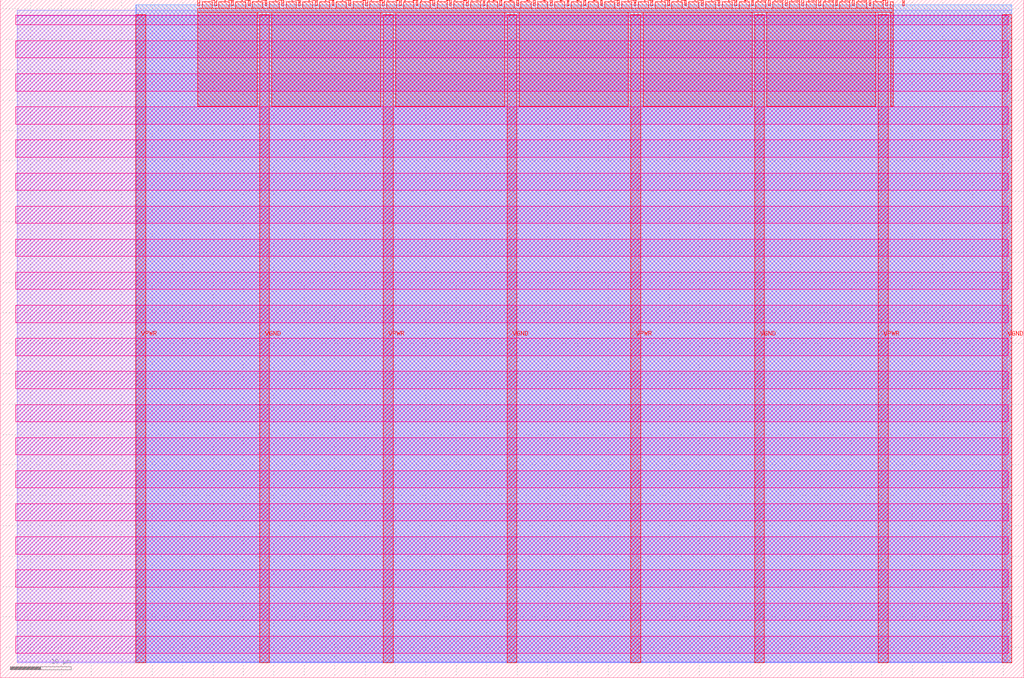
<source format=lef>
VERSION 5.7 ;
  NOWIREEXTENSIONATPIN ON ;
  DIVIDERCHAR "/" ;
  BUSBITCHARS "[]" ;
MACRO tt_um_jmadden173_delta_modulation_dup
  CLASS BLOCK ;
  FOREIGN tt_um_jmadden173_delta_modulation_dup ;
  ORIGIN 0.000 0.000 ;
  SIZE 168.360 BY 111.520 ;
  PIN VGND
    DIRECTION INOUT ;
    USE GROUND ;
    PORT
      LAYER met4 ;
        RECT 42.670 2.480 44.270 109.040 ;
    END
    PORT
      LAYER met4 ;
        RECT 83.380 2.480 84.980 109.040 ;
    END
    PORT
      LAYER met4 ;
        RECT 124.090 2.480 125.690 109.040 ;
    END
    PORT
      LAYER met4 ;
        RECT 164.800 2.480 166.400 109.040 ;
    END
  END VGND
  PIN VPWR
    DIRECTION INOUT ;
    USE POWER ;
    PORT
      LAYER met4 ;
        RECT 22.315 2.480 23.915 109.040 ;
    END
    PORT
      LAYER met4 ;
        RECT 63.025 2.480 64.625 109.040 ;
    END
    PORT
      LAYER met4 ;
        RECT 103.735 2.480 105.335 109.040 ;
    END
    PORT
      LAYER met4 ;
        RECT 144.445 2.480 146.045 109.040 ;
    END
  END VPWR
  PIN clk
    DIRECTION INPUT ;
    USE SIGNAL ;
    ANTENNAGATEAREA 0.852000 ;
    PORT
      LAYER met4 ;
        RECT 145.670 110.520 145.970 111.520 ;
    END
  END clk
  PIN ena
    DIRECTION INPUT ;
    USE SIGNAL ;
    PORT
      LAYER met4 ;
        RECT 148.430 110.520 148.730 111.520 ;
    END
  END ena
  PIN rst_n
    DIRECTION INPUT ;
    USE SIGNAL ;
    PORT
      LAYER met4 ;
        RECT 142.910 110.520 143.210 111.520 ;
    END
  END rst_n
  PIN ui_in[0]
    DIRECTION INPUT ;
    USE SIGNAL ;
    ANTENNAGATEAREA 0.196500 ;
    PORT
      LAYER met4 ;
        RECT 140.150 110.520 140.450 111.520 ;
    END
  END ui_in[0]
  PIN ui_in[1]
    DIRECTION INPUT ;
    USE SIGNAL ;
    ANTENNAGATEAREA 0.196500 ;
    PORT
      LAYER met4 ;
        RECT 137.390 110.520 137.690 111.520 ;
    END
  END ui_in[1]
  PIN ui_in[2]
    DIRECTION INPUT ;
    USE SIGNAL ;
    ANTENNAGATEAREA 0.196500 ;
    PORT
      LAYER met4 ;
        RECT 134.630 110.520 134.930 111.520 ;
    END
  END ui_in[2]
  PIN ui_in[3]
    DIRECTION INPUT ;
    USE SIGNAL ;
    ANTENNAGATEAREA 0.196500 ;
    PORT
      LAYER met4 ;
        RECT 131.870 110.520 132.170 111.520 ;
    END
  END ui_in[3]
  PIN ui_in[4]
    DIRECTION INPUT ;
    USE SIGNAL ;
    ANTENNAGATEAREA 0.196500 ;
    PORT
      LAYER met4 ;
        RECT 129.110 110.520 129.410 111.520 ;
    END
  END ui_in[4]
  PIN ui_in[5]
    DIRECTION INPUT ;
    USE SIGNAL ;
    ANTENNAGATEAREA 0.196500 ;
    PORT
      LAYER met4 ;
        RECT 126.350 110.520 126.650 111.520 ;
    END
  END ui_in[5]
  PIN ui_in[6]
    DIRECTION INPUT ;
    USE SIGNAL ;
    ANTENNAGATEAREA 0.196500 ;
    PORT
      LAYER met4 ;
        RECT 123.590 110.520 123.890 111.520 ;
    END
  END ui_in[6]
  PIN ui_in[7]
    DIRECTION INPUT ;
    USE SIGNAL ;
    ANTENNAGATEAREA 0.196500 ;
    PORT
      LAYER met4 ;
        RECT 120.830 110.520 121.130 111.520 ;
    END
  END ui_in[7]
  PIN uio_in[0]
    DIRECTION INPUT ;
    USE SIGNAL ;
    ANTENNAGATEAREA 0.196500 ;
    PORT
      LAYER met4 ;
        RECT 118.070 110.520 118.370 111.520 ;
    END
  END uio_in[0]
  PIN uio_in[1]
    DIRECTION INPUT ;
    USE SIGNAL ;
    ANTENNAGATEAREA 0.213000 ;
    PORT
      LAYER met4 ;
        RECT 115.310 110.520 115.610 111.520 ;
    END
  END uio_in[1]
  PIN uio_in[2]
    DIRECTION INPUT ;
    USE SIGNAL ;
    PORT
      LAYER met4 ;
        RECT 112.550 110.520 112.850 111.520 ;
    END
  END uio_in[2]
  PIN uio_in[3]
    DIRECTION INPUT ;
    USE SIGNAL ;
    PORT
      LAYER met4 ;
        RECT 109.790 110.520 110.090 111.520 ;
    END
  END uio_in[3]
  PIN uio_in[4]
    DIRECTION INPUT ;
    USE SIGNAL ;
    ANTENNAGATEAREA 0.196500 ;
    PORT
      LAYER met4 ;
        RECT 107.030 110.520 107.330 111.520 ;
    END
  END uio_in[4]
  PIN uio_in[5]
    DIRECTION INPUT ;
    USE SIGNAL ;
    ANTENNAGATEAREA 0.196500 ;
    PORT
      LAYER met4 ;
        RECT 104.270 110.520 104.570 111.520 ;
    END
  END uio_in[5]
  PIN uio_in[6]
    DIRECTION INPUT ;
    USE SIGNAL ;
    ANTENNAGATEAREA 0.196500 ;
    PORT
      LAYER met4 ;
        RECT 101.510 110.520 101.810 111.520 ;
    END
  END uio_in[6]
  PIN uio_in[7]
    DIRECTION INPUT ;
    USE SIGNAL ;
    ANTENNAGATEAREA 0.196500 ;
    PORT
      LAYER met4 ;
        RECT 98.750 110.520 99.050 111.520 ;
    END
  END uio_in[7]
  PIN uio_oe[0]
    DIRECTION OUTPUT TRISTATE ;
    USE SIGNAL ;
    PORT
      LAYER met4 ;
        RECT 51.830 110.520 52.130 111.520 ;
    END
  END uio_oe[0]
  PIN uio_oe[1]
    DIRECTION OUTPUT TRISTATE ;
    USE SIGNAL ;
    PORT
      LAYER met4 ;
        RECT 49.070 110.520 49.370 111.520 ;
    END
  END uio_oe[1]
  PIN uio_oe[2]
    DIRECTION OUTPUT TRISTATE ;
    USE SIGNAL ;
    PORT
      LAYER met4 ;
        RECT 46.310 110.520 46.610 111.520 ;
    END
  END uio_oe[2]
  PIN uio_oe[3]
    DIRECTION OUTPUT TRISTATE ;
    USE SIGNAL ;
    PORT
      LAYER met4 ;
        RECT 43.550 110.520 43.850 111.520 ;
    END
  END uio_oe[3]
  PIN uio_oe[4]
    DIRECTION OUTPUT TRISTATE ;
    USE SIGNAL ;
    PORT
      LAYER met4 ;
        RECT 40.790 110.520 41.090 111.520 ;
    END
  END uio_oe[4]
  PIN uio_oe[5]
    DIRECTION OUTPUT TRISTATE ;
    USE SIGNAL ;
    PORT
      LAYER met4 ;
        RECT 38.030 110.520 38.330 111.520 ;
    END
  END uio_oe[5]
  PIN uio_oe[6]
    DIRECTION OUTPUT TRISTATE ;
    USE SIGNAL ;
    PORT
      LAYER met4 ;
        RECT 35.270 110.520 35.570 111.520 ;
    END
  END uio_oe[6]
  PIN uio_oe[7]
    DIRECTION OUTPUT TRISTATE ;
    USE SIGNAL ;
    PORT
      LAYER met4 ;
        RECT 32.510 110.520 32.810 111.520 ;
    END
  END uio_oe[7]
  PIN uio_out[0]
    DIRECTION OUTPUT TRISTATE ;
    USE SIGNAL ;
    PORT
      LAYER met4 ;
        RECT 73.910 110.520 74.210 111.520 ;
    END
  END uio_out[0]
  PIN uio_out[1]
    DIRECTION OUTPUT TRISTATE ;
    USE SIGNAL ;
    PORT
      LAYER met4 ;
        RECT 71.150 110.520 71.450 111.520 ;
    END
  END uio_out[1]
  PIN uio_out[2]
    DIRECTION OUTPUT TRISTATE ;
    USE SIGNAL ;
    PORT
      LAYER met4 ;
        RECT 68.390 110.520 68.690 111.520 ;
    END
  END uio_out[2]
  PIN uio_out[3]
    DIRECTION OUTPUT TRISTATE ;
    USE SIGNAL ;
    PORT
      LAYER met4 ;
        RECT 65.630 110.520 65.930 111.520 ;
    END
  END uio_out[3]
  PIN uio_out[4]
    DIRECTION OUTPUT TRISTATE ;
    USE SIGNAL ;
    PORT
      LAYER met4 ;
        RECT 62.870 110.520 63.170 111.520 ;
    END
  END uio_out[4]
  PIN uio_out[5]
    DIRECTION OUTPUT TRISTATE ;
    USE SIGNAL ;
    PORT
      LAYER met4 ;
        RECT 60.110 110.520 60.410 111.520 ;
    END
  END uio_out[5]
  PIN uio_out[6]
    DIRECTION OUTPUT TRISTATE ;
    USE SIGNAL ;
    PORT
      LAYER met4 ;
        RECT 57.350 110.520 57.650 111.520 ;
    END
  END uio_out[6]
  PIN uio_out[7]
    DIRECTION OUTPUT TRISTATE ;
    USE SIGNAL ;
    PORT
      LAYER met4 ;
        RECT 54.590 110.520 54.890 111.520 ;
    END
  END uio_out[7]
  PIN uo_out[0]
    DIRECTION OUTPUT TRISTATE ;
    USE SIGNAL ;
    ANTENNADIFFAREA 0.911000 ;
    PORT
      LAYER met4 ;
        RECT 95.990 110.520 96.290 111.520 ;
    END
  END uo_out[0]
  PIN uo_out[1]
    DIRECTION OUTPUT TRISTATE ;
    USE SIGNAL ;
    ANTENNADIFFAREA 0.962500 ;
    PORT
      LAYER met4 ;
        RECT 93.230 110.520 93.530 111.520 ;
    END
  END uo_out[1]
  PIN uo_out[2]
    DIRECTION OUTPUT TRISTATE ;
    USE SIGNAL ;
    PORT
      LAYER met4 ;
        RECT 90.470 110.520 90.770 111.520 ;
    END
  END uo_out[2]
  PIN uo_out[3]
    DIRECTION OUTPUT TRISTATE ;
    USE SIGNAL ;
    PORT
      LAYER met4 ;
        RECT 87.710 110.520 88.010 111.520 ;
    END
  END uo_out[3]
  PIN uo_out[4]
    DIRECTION OUTPUT TRISTATE ;
    USE SIGNAL ;
    ANTENNAGATEAREA 1.116000 ;
    ANTENNADIFFAREA 0.891000 ;
    PORT
      LAYER met4 ;
        RECT 84.950 110.520 85.250 111.520 ;
    END
  END uo_out[4]
  PIN uo_out[5]
    DIRECTION OUTPUT TRISTATE ;
    USE SIGNAL ;
    ANTENNAGATEAREA 1.116000 ;
    ANTENNADIFFAREA 0.891000 ;
    PORT
      LAYER met4 ;
        RECT 82.190 110.520 82.490 111.520 ;
    END
  END uo_out[5]
  PIN uo_out[6]
    DIRECTION OUTPUT TRISTATE ;
    USE SIGNAL ;
    ANTENNAGATEAREA 0.252000 ;
    ANTENNADIFFAREA 0.891000 ;
    PORT
      LAYER met4 ;
        RECT 79.430 110.520 79.730 111.520 ;
    END
  END uo_out[6]
  PIN uo_out[7]
    DIRECTION OUTPUT TRISTATE ;
    USE SIGNAL ;
    ANTENNAGATEAREA 0.378000 ;
    ANTENNADIFFAREA 0.891000 ;
    PORT
      LAYER met4 ;
        RECT 76.670 110.520 76.970 111.520 ;
    END
  END uo_out[7]
  OBS
      LAYER nwell ;
        RECT 2.570 107.385 165.790 108.990 ;
        RECT 2.570 101.945 165.790 104.775 ;
        RECT 2.570 96.505 165.790 99.335 ;
        RECT 2.570 91.065 165.790 93.895 ;
        RECT 2.570 85.625 165.790 88.455 ;
        RECT 2.570 80.185 165.790 83.015 ;
        RECT 2.570 74.745 165.790 77.575 ;
        RECT 2.570 69.305 165.790 72.135 ;
        RECT 2.570 63.865 165.790 66.695 ;
        RECT 2.570 58.425 165.790 61.255 ;
        RECT 2.570 52.985 165.790 55.815 ;
        RECT 2.570 47.545 165.790 50.375 ;
        RECT 2.570 42.105 165.790 44.935 ;
        RECT 2.570 36.665 165.790 39.495 ;
        RECT 2.570 31.225 165.790 34.055 ;
        RECT 2.570 25.785 165.790 28.615 ;
        RECT 2.570 20.345 165.790 23.175 ;
        RECT 2.570 14.905 165.790 17.735 ;
        RECT 2.570 9.465 165.790 12.295 ;
        RECT 2.570 4.025 165.790 6.855 ;
      LAYER li1 ;
        RECT 2.760 2.635 165.600 108.885 ;
      LAYER met1 ;
        RECT 2.760 2.480 166.400 109.780 ;
      LAYER met2 ;
        RECT 22.345 2.535 166.370 110.685 ;
      LAYER met3 ;
        RECT 22.325 2.555 166.390 110.665 ;
      LAYER met4 ;
        RECT 33.210 110.120 34.870 111.170 ;
        RECT 35.970 110.120 37.630 111.170 ;
        RECT 38.730 110.120 40.390 111.170 ;
        RECT 41.490 110.120 43.150 111.170 ;
        RECT 44.250 110.120 45.910 111.170 ;
        RECT 47.010 110.120 48.670 111.170 ;
        RECT 49.770 110.120 51.430 111.170 ;
        RECT 52.530 110.120 54.190 111.170 ;
        RECT 55.290 110.120 56.950 111.170 ;
        RECT 58.050 110.120 59.710 111.170 ;
        RECT 60.810 110.120 62.470 111.170 ;
        RECT 63.570 110.120 65.230 111.170 ;
        RECT 66.330 110.120 67.990 111.170 ;
        RECT 69.090 110.120 70.750 111.170 ;
        RECT 71.850 110.120 73.510 111.170 ;
        RECT 74.610 110.120 76.270 111.170 ;
        RECT 77.370 110.120 79.030 111.170 ;
        RECT 80.130 110.120 81.790 111.170 ;
        RECT 82.890 110.120 84.550 111.170 ;
        RECT 85.650 110.120 87.310 111.170 ;
        RECT 88.410 110.120 90.070 111.170 ;
        RECT 91.170 110.120 92.830 111.170 ;
        RECT 93.930 110.120 95.590 111.170 ;
        RECT 96.690 110.120 98.350 111.170 ;
        RECT 99.450 110.120 101.110 111.170 ;
        RECT 102.210 110.120 103.870 111.170 ;
        RECT 104.970 110.120 106.630 111.170 ;
        RECT 107.730 110.120 109.390 111.170 ;
        RECT 110.490 110.120 112.150 111.170 ;
        RECT 113.250 110.120 114.910 111.170 ;
        RECT 116.010 110.120 117.670 111.170 ;
        RECT 118.770 110.120 120.430 111.170 ;
        RECT 121.530 110.120 123.190 111.170 ;
        RECT 124.290 110.120 125.950 111.170 ;
        RECT 127.050 110.120 128.710 111.170 ;
        RECT 129.810 110.120 131.470 111.170 ;
        RECT 132.570 110.120 134.230 111.170 ;
        RECT 135.330 110.120 136.990 111.170 ;
        RECT 138.090 110.120 139.750 111.170 ;
        RECT 140.850 110.120 142.510 111.170 ;
        RECT 143.610 110.120 145.270 111.170 ;
        RECT 146.370 110.120 146.905 111.170 ;
        RECT 32.495 109.440 146.905 110.120 ;
        RECT 32.495 94.015 42.270 109.440 ;
        RECT 44.670 94.015 62.625 109.440 ;
        RECT 65.025 94.015 82.980 109.440 ;
        RECT 85.380 94.015 103.335 109.440 ;
        RECT 105.735 94.015 123.690 109.440 ;
        RECT 126.090 94.015 144.045 109.440 ;
        RECT 146.445 94.015 146.905 109.440 ;
  END
END tt_um_jmadden173_delta_modulation_dup
END LIBRARY


</source>
